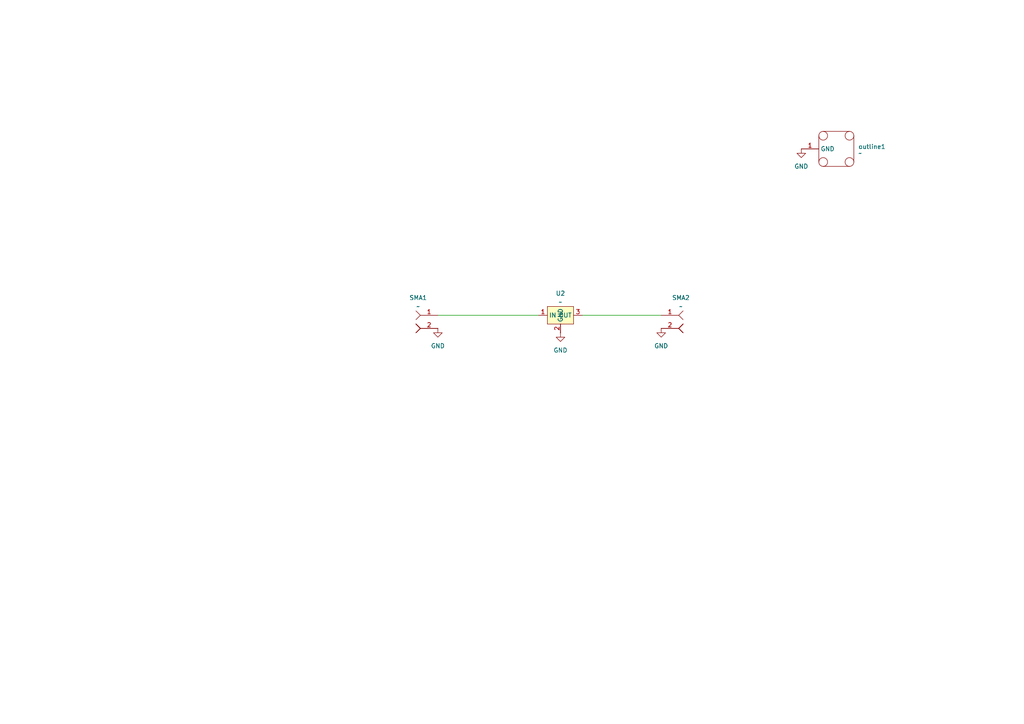
<source format=kicad_sch>
(kicad_sch (version 20231120) (generator "eeschema") (generator_version "8.0")
  (paper "A4")
  (lib_symbols
    (symbol "MUSIC_LAB:Filter_3.2x1.6"
      (property "Reference" "U" (at 0 0 0))
      (symbol "Filter_3.2x1.6_1_1"
        (rectangle (start -3.81 2.54) (end 3.81 -2.54) (fill (type background)))
        (pin input line (at -6.35 0 0) (length 2.54) (name "IN") (number "1"))
        (pin passive line (at 0 -5.08 90) (length 2.54) (name "GND") (number "2"))
        (pin input line (at 6.35 0 180) (length 2.54) (name "OUT") (number "3"))
      )
    )
    (symbol "MUSIC_LAB:SMA"
      (property "Reference" "SMA" (at 1.27 -1.27 0))
      (symbol "SMA_0_1"
        (polyline (pts (xy -1.27 1.27) (xy -2.54 0)))
        (polyline (pts (xy -1.27 1.27) (xy -2.54 0)))
        (polyline (pts (xy -1.27 1.27) (xy -2.54 0)))
        (polyline (pts (xy -1.27 1.27) (xy -2.54 0)))
        (polyline (pts (xy -1.27 1.27) (xy -2.54 2.54)))
        (polyline (pts (xy -1.27 1.27) (xy -2.54 2.54)))
        (polyline (pts (xy -1.27 1.27) (xy -2.54 2.54)))
        (polyline (pts (xy -1.27 1.27) (xy -2.54 2.54)))
        (polyline (pts (xy -1.27 5.08) (xy -2.54 3.81)))
        (polyline (pts (xy -1.27 5.08) (xy -2.54 6.35)))
      )
      (symbol "SMA_1_1"
        (pin passive line (at 3.81 5.08 180) (length 5.08) (name "") (number "1"))
        (pin passive line (at 3.81 1.27 180) (length 5.08) (name "") (number "2"))
      )
    )
    (symbol "MUSIC_LAB:outline"
      (property "Reference" "outline" (at 0 6.35 0))
      (symbol "outline_0_1"
        (circle (center -3.81 -3.81) (radius 1.27))
        (circle (center -3.81 3.81) (radius 1.27))
        (polyline (pts (xy -5.08 3.81) (xy -5.08 -3.81)))
        (polyline (pts (xy -3.81 -5.08) (xy 3.81 -5.08)))
        (polyline (pts (xy 3.81 5.08) (xy -3.81 5.08)))
        (polyline (pts (xy 5.08 3.81) (xy 5.08 -3.81)))
        (circle (center 3.81 -3.81) (radius 1.27))
        (circle (center 3.81 3.81) (radius 1.27))
      )
      (symbol "outline_1_1"
        (pin free line (at -10.16 0 0) (length 5.08) (name "GND") (number "1"))
      )
    )
    (symbol "power:GND" (power) (pin_numbers hide) (pin_names (offset 0) hide)
      (property "Value" "GND" (at 0 -3.81 0))
      (symbol "GND_0_1"
        (polyline (pts (xy 0 0) (xy 0 -1.27) (xy 1.27 -1.27) (xy 0 -2.54) (xy -1.27 -1.27) (xy 0 -1.27)))
      )
      (symbol "GND_1_1"
        (pin power_in line (at 0 0 270) (length 0) (name "~") (number "1"))
      )
    )
  )
  (wire (pts (xy 127 91.44) (xy 156.21 91.44)))
  (wire (pts (xy 191.77 91.44) (xy 168.91 91.44)))
  (symbol (lib_id "power:GND") (at 232.41 43.18 0) (unit 1)
    (property "Reference" "#PWR02" (effects (hide yes)))
    (property "Value" "GND" (at 232.41 48.26 0))
    (property "Description" "Power symbol creates a global label with name \"GND\" , ground" (effects (hide yes)))
  )
  (symbol (lib_id "power:GND") (at 162.56 96.52 0) (unit 1)
    (property "Reference" "#PWR06" (effects (hide yes)))
    (property "Value" "GND" (at 162.56 101.6 0))
    (property "Description" "Power symbol creates a global label with name \"GND\" , ground" (effects (hide yes)))
  )
  (symbol (lib_id "MUSIC_LAB:SMA") (at 123.19 96.52 0) (unit 1)
    (property "Reference" "SMA1" (at 121.285 86.36 0))
    (property "Value" "~" (at 121.285 88.9 0))
    (property "Footprint" "MUSIC_Lab:SMA_KHD_Back" (effects (hide yes)))
  )
  (symbol (lib_id "MUSIC_LAB:outline") (at 242.57 43.18 0) (unit 1)
    (property "Reference" "outline1" (at 248.92 42.5449 0) (effects (justify left)))
    (property "Value" "~" (at 248.92 44.45 0) (effects (justify left)))
    (property "Footprint" "MUSIC_Lab:Outline_2x2_cavity_20231207" (effects (hide yes)))
  )
  (symbol (lib_id "MUSIC_LAB:SMA") (at 195.58 96.52 0) (mirror y) (unit 1)
    (property "Reference" "SMA2" (at 197.485 86.36 0))
    (property "Value" "~" (at 197.485 88.9 0))
    (property "Footprint" "MUSIC_Lab:SMA_KHD_Back" (effects (hide yes)))
  )
  (symbol (lib_id "MUSIC_LAB:Filter_3.2x1.6") (at 162.56 91.44 0) (unit 1)
    (property "Reference" "U2" (at 162.56 85.09 0))
    (property "Value" "~" (at 162.56 87.63 0))
    (property "Footprint" "MUSIC_Lab:Filter_3.2x1.6" (effects (hide yes)))
  )
  (symbol (lib_id "power:GND") (at 127 95.25 0) (unit 1)
    (property "Reference" "#PWR01" (effects (hide yes)))
    (property "Value" "GND" (at 127 100.33 0))
    (property "Description" "Power symbol creates a global label with name \"GND\" , ground" (effects (hide yes)))
  )
  (symbol (lib_id "power:GND") (at 191.77 95.25 0) (unit 1)
    (property "Reference" "#PWR04" (effects (hide yes)))
    (property "Value" "GND" (at 191.77 100.33 0))
    (property "Description" "Power symbol creates a global label with name \"GND\" , ground" (effects (hide yes)))
  )
)
</source>
